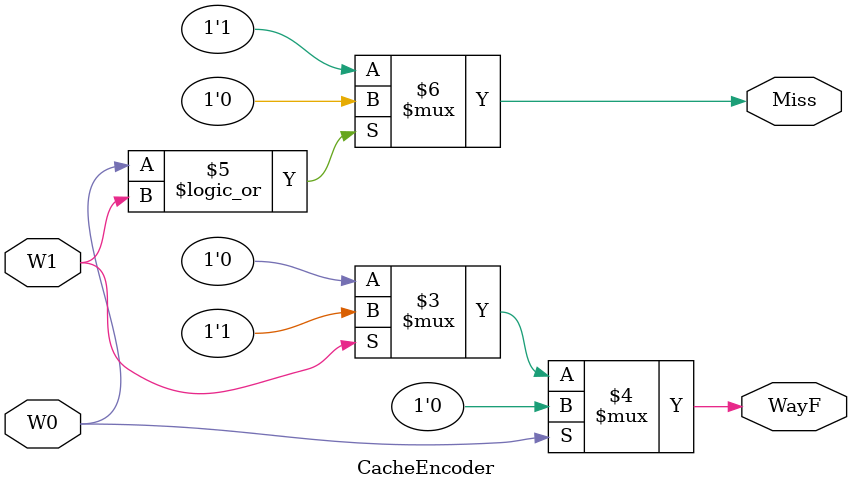
<source format=v>
`timescale 1ns / 1ps


module CacheEncoder(input W0,W1,output Miss,output WayF);

assign  WayF = (W0 == 1'b1) ? 1'b0 : (W1 == 1'b1) ? 1'b1 : 1'b0;
assign Miss = (W0 || W1) ? 1'b0 : 1'b1 ;

endmodule



</source>
